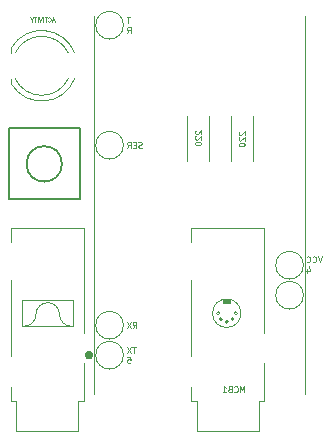
<source format=gbr>
G04 #@! TF.GenerationSoftware,KiCad,Pcbnew,(5.1.5-0-10_14)*
G04 #@! TF.CreationDate,2020-05-24T23:38:13-07:00*
G04 #@! TF.ProjectId,prost-pcb,70726f73-742d-4706-9362-2e6b69636164,0.1.0*
G04 #@! TF.SameCoordinates,Original*
G04 #@! TF.FileFunction,Legend,Bot*
G04 #@! TF.FilePolarity,Positive*
%FSLAX46Y46*%
G04 Gerber Fmt 4.6, Leading zero omitted, Abs format (unit mm)*
G04 Created by KiCad (PCBNEW (5.1.5-0-10_14)) date 2020-05-24 23:38:13*
%MOMM*%
%LPD*%
G04 APERTURE LIST*
%ADD10C,0.125000*%
%ADD11C,0.120000*%
%ADD12C,0.300000*%
%ADD13C,0.100000*%
%ADD14C,0.200000*%
%ADD15C,0.087500*%
%ADD16C,0.152400*%
G04 APERTURE END LIST*
D10*
X145114583Y-97122380D02*
X145043154Y-97146190D01*
X144924107Y-97146190D01*
X144876488Y-97122380D01*
X144852678Y-97098571D01*
X144828869Y-97050952D01*
X144828869Y-97003333D01*
X144852678Y-96955714D01*
X144876488Y-96931904D01*
X144924107Y-96908095D01*
X145019345Y-96884285D01*
X145066964Y-96860476D01*
X145090773Y-96836666D01*
X145114583Y-96789047D01*
X145114583Y-96741428D01*
X145090773Y-96693809D01*
X145066964Y-96670000D01*
X145019345Y-96646190D01*
X144900297Y-96646190D01*
X144828869Y-96670000D01*
X144614583Y-96884285D02*
X144447916Y-96884285D01*
X144376488Y-97146190D02*
X144614583Y-97146190D01*
X144614583Y-96646190D01*
X144376488Y-96646190D01*
X143876488Y-97146190D02*
X144043154Y-96908095D01*
X144162202Y-97146190D02*
X144162202Y-96646190D01*
X143971726Y-96646190D01*
X143924107Y-96670000D01*
X143900297Y-96693809D01*
X143876488Y-96741428D01*
X143876488Y-96812857D01*
X143900297Y-96860476D01*
X143924107Y-96884285D01*
X143971726Y-96908095D01*
X144162202Y-96908095D01*
D11*
X143551537Y-86760000D02*
G75*
G03X143551537Y-86760000I-1171537J0D01*
G01*
D10*
X144114583Y-86048690D02*
X143828869Y-86048690D01*
X143971726Y-86548690D02*
X143971726Y-86048690D01*
X143876488Y-87423690D02*
X144043154Y-87185595D01*
X144162202Y-87423690D02*
X144162202Y-86923690D01*
X143971726Y-86923690D01*
X143924107Y-86947500D01*
X143900297Y-86971309D01*
X143876488Y-87018928D01*
X143876488Y-87090357D01*
X143900297Y-87137976D01*
X143924107Y-87161785D01*
X143971726Y-87185595D01*
X144162202Y-87185595D01*
X160362202Y-106338690D02*
X160195535Y-106838690D01*
X160028869Y-106338690D01*
X159576488Y-106791071D02*
X159600297Y-106814880D01*
X159671726Y-106838690D01*
X159719345Y-106838690D01*
X159790773Y-106814880D01*
X159838392Y-106767261D01*
X159862202Y-106719642D01*
X159886011Y-106624404D01*
X159886011Y-106552976D01*
X159862202Y-106457738D01*
X159838392Y-106410119D01*
X159790773Y-106362500D01*
X159719345Y-106338690D01*
X159671726Y-106338690D01*
X159600297Y-106362500D01*
X159576488Y-106386309D01*
X159076488Y-106791071D02*
X159100297Y-106814880D01*
X159171726Y-106838690D01*
X159219345Y-106838690D01*
X159290773Y-106814880D01*
X159338392Y-106767261D01*
X159362202Y-106719642D01*
X159386011Y-106624404D01*
X159386011Y-106552976D01*
X159362202Y-106457738D01*
X159338392Y-106410119D01*
X159290773Y-106362500D01*
X159219345Y-106338690D01*
X159171726Y-106338690D01*
X159100297Y-106362500D01*
X159076488Y-106386309D01*
X159124107Y-107380357D02*
X159124107Y-107713690D01*
X159243154Y-107189880D02*
X159362202Y-107547023D01*
X159052678Y-107547023D01*
D11*
X139300000Y-110050000D02*
X139300000Y-112250000D01*
X136150000Y-111250000D02*
G75*
G02X135150000Y-112250000I-1000000J0D01*
G01*
X135000000Y-112250000D02*
X135000000Y-110050000D01*
X139300000Y-112250000D02*
X135000000Y-112250000D01*
X138150000Y-111250000D02*
G75*
G03X139150000Y-112250000I1000000J0D01*
G01*
X138150000Y-111250000D02*
G75*
G03X137150000Y-110250000I-1000000J0D01*
G01*
X135000000Y-110050000D02*
X139300000Y-110050000D01*
X136150000Y-111250000D02*
G75*
G02X137150000Y-110250000I1000000J0D01*
G01*
D12*
X140850000Y-114700000D02*
G75*
G03X140850000Y-114700000I-200000J0D01*
G01*
D13*
G36*
X152600000Y-110300000D02*
G01*
X152000000Y-110300000D01*
X152000000Y-110000000D01*
X152600000Y-110000000D01*
X152600000Y-110300000D01*
G37*
X152600000Y-110300000D02*
X152000000Y-110300000D01*
X152000000Y-110000000D01*
X152600000Y-110000000D01*
X152600000Y-110300000D01*
D14*
X152900000Y-111650000D02*
G75*
G03X152900000Y-111650000I-100000J0D01*
G01*
X151900000Y-111650000D02*
G75*
G03X151900000Y-111650000I-100000J0D01*
G01*
D13*
X153200000Y-111150000D02*
G75*
G03X153200000Y-111150000I-150000J0D01*
G01*
D14*
X152400000Y-111850000D02*
G75*
G03X152400000Y-111850000I-100000J0D01*
G01*
D13*
X151750000Y-111150000D02*
G75*
G03X151750000Y-111150000I-150000J0D01*
G01*
D11*
X153500000Y-111150000D02*
G75*
G03X153500000Y-111150000I-1200000J0D01*
G01*
X158791537Y-107080000D02*
G75*
G03X158791537Y-107080000I-1171537J0D01*
G01*
X158791537Y-109620000D02*
G75*
G03X158791537Y-109620000I-1171537J0D01*
G01*
X143551537Y-114700000D02*
G75*
G03X143551537Y-114700000I-1171537J0D01*
G01*
X143551537Y-112160000D02*
G75*
G03X143551537Y-112160000I-1171537J0D01*
G01*
X143551537Y-96920000D02*
G75*
G03X143551537Y-96920000I-1171537J0D01*
G01*
X158900000Y-118000000D02*
X158900000Y-86000000D01*
X141100000Y-118000000D02*
X141100000Y-86000000D01*
D15*
X137691666Y-86358333D02*
X137525000Y-86358333D01*
X137725000Y-86458333D02*
X137608333Y-86108333D01*
X137491666Y-86458333D01*
X137175000Y-86425000D02*
X137191666Y-86441666D01*
X137241666Y-86458333D01*
X137275000Y-86458333D01*
X137325000Y-86441666D01*
X137358333Y-86408333D01*
X137375000Y-86375000D01*
X137391666Y-86308333D01*
X137391666Y-86258333D01*
X137375000Y-86191666D01*
X137358333Y-86158333D01*
X137325000Y-86125000D01*
X137275000Y-86108333D01*
X137241666Y-86108333D01*
X137191666Y-86125000D01*
X137175000Y-86141666D01*
X137075000Y-86108333D02*
X136875000Y-86108333D01*
X136975000Y-86458333D02*
X136975000Y-86108333D01*
X136758333Y-86458333D02*
X136758333Y-86108333D01*
X136641666Y-86108333D02*
X136525000Y-86458333D01*
X136408333Y-86108333D01*
X136291666Y-86458333D02*
X136291666Y-86108333D01*
X136175000Y-86108333D02*
X135975000Y-86108333D01*
X136075000Y-86458333D02*
X136075000Y-86108333D01*
X135791666Y-86291666D02*
X135791666Y-86458333D01*
X135908333Y-86108333D02*
X135791666Y-86291666D01*
X135675000Y-86108333D01*
D10*
X144352678Y-112386190D02*
X144519345Y-112148095D01*
X144638392Y-112386190D02*
X144638392Y-111886190D01*
X144447916Y-111886190D01*
X144400297Y-111910000D01*
X144376488Y-111933809D01*
X144352678Y-111981428D01*
X144352678Y-112052857D01*
X144376488Y-112100476D01*
X144400297Y-112124285D01*
X144447916Y-112148095D01*
X144638392Y-112148095D01*
X144186011Y-111886190D02*
X143852678Y-112386190D01*
X143852678Y-111886190D02*
X144186011Y-112386190D01*
X144590773Y-113988690D02*
X144305059Y-113988690D01*
X144447916Y-114488690D02*
X144447916Y-113988690D01*
X144186011Y-113988690D02*
X143852678Y-114488690D01*
X143852678Y-113988690D02*
X144186011Y-114488690D01*
X143900297Y-114863690D02*
X144138392Y-114863690D01*
X144162202Y-115101785D01*
X144138392Y-115077976D01*
X144090773Y-115054166D01*
X143971726Y-115054166D01*
X143924107Y-115077976D01*
X143900297Y-115101785D01*
X143876488Y-115149404D01*
X143876488Y-115268452D01*
X143900297Y-115316071D01*
X143924107Y-115339880D01*
X143971726Y-115363690D01*
X144090773Y-115363690D01*
X144138392Y-115339880D01*
X144162202Y-115316071D01*
D11*
X149300000Y-108300000D02*
X149300000Y-114800000D01*
X149300000Y-103900000D02*
X149300000Y-105100000D01*
X155500000Y-103900000D02*
X149300000Y-103900000D01*
X155500000Y-112800000D02*
X155500000Y-103900000D01*
X155500000Y-118600000D02*
X155500000Y-115400000D01*
X155000000Y-118600000D02*
X155500000Y-118600000D01*
X155000000Y-121100000D02*
X155000000Y-118600000D01*
X149800000Y-121100000D02*
X155000000Y-121100000D01*
X149800000Y-118600000D02*
X149800000Y-121100000D01*
X149300000Y-118600000D02*
X149800000Y-118600000D01*
X149300000Y-117400000D02*
X149300000Y-118600000D01*
X134000000Y-108300000D02*
X134000000Y-114800000D01*
X134000000Y-103900000D02*
X134000000Y-105100000D01*
X140200000Y-103900000D02*
X134000000Y-103900000D01*
X140200000Y-112800000D02*
X140200000Y-103900000D01*
X140200000Y-118600000D02*
X140200000Y-115400000D01*
X139700000Y-118600000D02*
X140200000Y-118600000D01*
X139700000Y-121100000D02*
X139700000Y-118600000D01*
X134500000Y-121100000D02*
X139700000Y-121100000D01*
X134500000Y-118600000D02*
X134500000Y-121100000D01*
X134000000Y-118600000D02*
X134500000Y-118600000D01*
X134000000Y-117400000D02*
X134000000Y-118600000D01*
X134080000Y-89120000D02*
X134080000Y-88655000D01*
X134080000Y-91745000D02*
X134080000Y-91280000D01*
X138894479Y-89119571D02*
G75*
G03X134385316Y-89120000I-2254479J-1080429D01*
G01*
X138894479Y-91280429D02*
G75*
G02X134385316Y-91280000I-2254479J1080429D01*
G01*
X139427815Y-89119173D02*
G75*
G03X134080000Y-88655170I-2787815J-1080827D01*
G01*
X139427815Y-91280827D02*
G75*
G02X134080000Y-91744830I-2787815J1080827D01*
G01*
D16*
X138350000Y-98500000D02*
G75*
G03X138350000Y-98500000I-1500000J0D01*
G01*
X139850000Y-101500000D02*
X139850000Y-95500000D01*
X139850000Y-95500000D02*
X133850000Y-95500000D01*
X133850000Y-101500000D02*
X133850000Y-95500000D01*
X133850000Y-101500000D02*
X139850000Y-101500000D01*
D11*
X152680000Y-98280000D02*
X152680000Y-94440000D01*
X154520000Y-98280000D02*
X154520000Y-94440000D01*
X150820000Y-94420000D02*
X150820000Y-98260000D01*
X148980000Y-94420000D02*
X148980000Y-98260000D01*
D10*
X153373809Y-95780952D02*
X153350000Y-95804761D01*
X153326190Y-95852380D01*
X153326190Y-95971428D01*
X153350000Y-96019047D01*
X153373809Y-96042857D01*
X153421428Y-96066666D01*
X153469047Y-96066666D01*
X153540476Y-96042857D01*
X153826190Y-95757142D01*
X153826190Y-96066666D01*
X153373809Y-96257142D02*
X153350000Y-96280952D01*
X153326190Y-96328571D01*
X153326190Y-96447619D01*
X153350000Y-96495238D01*
X153373809Y-96519047D01*
X153421428Y-96542857D01*
X153469047Y-96542857D01*
X153540476Y-96519047D01*
X153826190Y-96233333D01*
X153826190Y-96542857D01*
X153326190Y-96852380D02*
X153326190Y-96900000D01*
X153350000Y-96947619D01*
X153373809Y-96971428D01*
X153421428Y-96995238D01*
X153516666Y-97019047D01*
X153635714Y-97019047D01*
X153730952Y-96995238D01*
X153778571Y-96971428D01*
X153802380Y-96947619D01*
X153826190Y-96900000D01*
X153826190Y-96852380D01*
X153802380Y-96804761D01*
X153778571Y-96780952D01*
X153730952Y-96757142D01*
X153635714Y-96733333D01*
X153516666Y-96733333D01*
X153421428Y-96757142D01*
X153373809Y-96780952D01*
X153350000Y-96804761D01*
X153326190Y-96852380D01*
X149673809Y-95680952D02*
X149650000Y-95704761D01*
X149626190Y-95752380D01*
X149626190Y-95871428D01*
X149650000Y-95919047D01*
X149673809Y-95942857D01*
X149721428Y-95966666D01*
X149769047Y-95966666D01*
X149840476Y-95942857D01*
X150126190Y-95657142D01*
X150126190Y-95966666D01*
X149673809Y-96157142D02*
X149650000Y-96180952D01*
X149626190Y-96228571D01*
X149626190Y-96347619D01*
X149650000Y-96395238D01*
X149673809Y-96419047D01*
X149721428Y-96442857D01*
X149769047Y-96442857D01*
X149840476Y-96419047D01*
X150126190Y-96133333D01*
X150126190Y-96442857D01*
X149626190Y-96752380D02*
X149626190Y-96800000D01*
X149650000Y-96847619D01*
X149673809Y-96871428D01*
X149721428Y-96895238D01*
X149816666Y-96919047D01*
X149935714Y-96919047D01*
X150030952Y-96895238D01*
X150078571Y-96871428D01*
X150102380Y-96847619D01*
X150126190Y-96800000D01*
X150126190Y-96752380D01*
X150102380Y-96704761D01*
X150078571Y-96680952D01*
X150030952Y-96657142D01*
X149935714Y-96633333D01*
X149816666Y-96633333D01*
X149721428Y-96657142D01*
X149673809Y-96680952D01*
X149650000Y-96704761D01*
X149626190Y-96752380D01*
X153799702Y-117826190D02*
X153799702Y-117326190D01*
X153633035Y-117683333D01*
X153466369Y-117326190D01*
X153466369Y-117826190D01*
X152942559Y-117778571D02*
X152966369Y-117802380D01*
X153037797Y-117826190D01*
X153085416Y-117826190D01*
X153156845Y-117802380D01*
X153204464Y-117754761D01*
X153228273Y-117707142D01*
X153252083Y-117611904D01*
X153252083Y-117540476D01*
X153228273Y-117445238D01*
X153204464Y-117397619D01*
X153156845Y-117350000D01*
X153085416Y-117326190D01*
X153037797Y-117326190D01*
X152966369Y-117350000D01*
X152942559Y-117373809D01*
X152561607Y-117564285D02*
X152490178Y-117588095D01*
X152466369Y-117611904D01*
X152442559Y-117659523D01*
X152442559Y-117730952D01*
X152466369Y-117778571D01*
X152490178Y-117802380D01*
X152537797Y-117826190D01*
X152728273Y-117826190D01*
X152728273Y-117326190D01*
X152561607Y-117326190D01*
X152513988Y-117350000D01*
X152490178Y-117373809D01*
X152466369Y-117421428D01*
X152466369Y-117469047D01*
X152490178Y-117516666D01*
X152513988Y-117540476D01*
X152561607Y-117564285D01*
X152728273Y-117564285D01*
X151966369Y-117826190D02*
X152252083Y-117826190D01*
X152109226Y-117826190D02*
X152109226Y-117326190D01*
X152156845Y-117397619D01*
X152204464Y-117445238D01*
X152252083Y-117469047D01*
M02*

</source>
